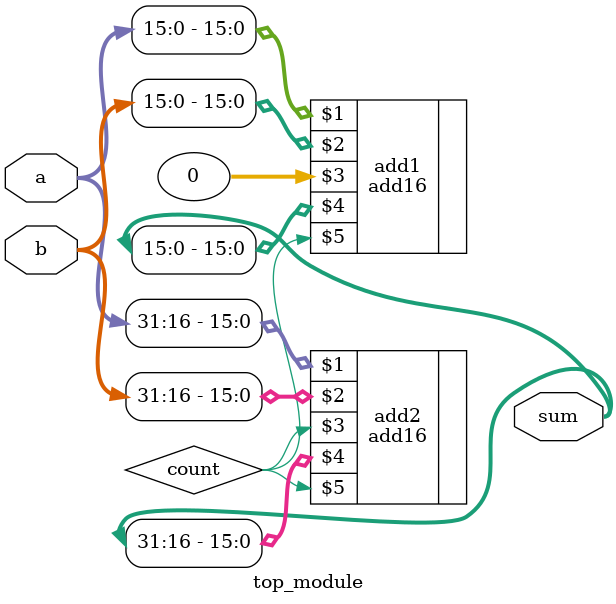
<source format=v>
module top_module(
    input [31:0] a,
    input [31:0] b,
    output [31:0] sum
);
    wire count;
    add16 add1(a[15:0],b[15:0],0,sum[15:0],count);
    add16 add2(a[31:16],b[31:16],count,sum[31:16],count);
endmodule

</source>
